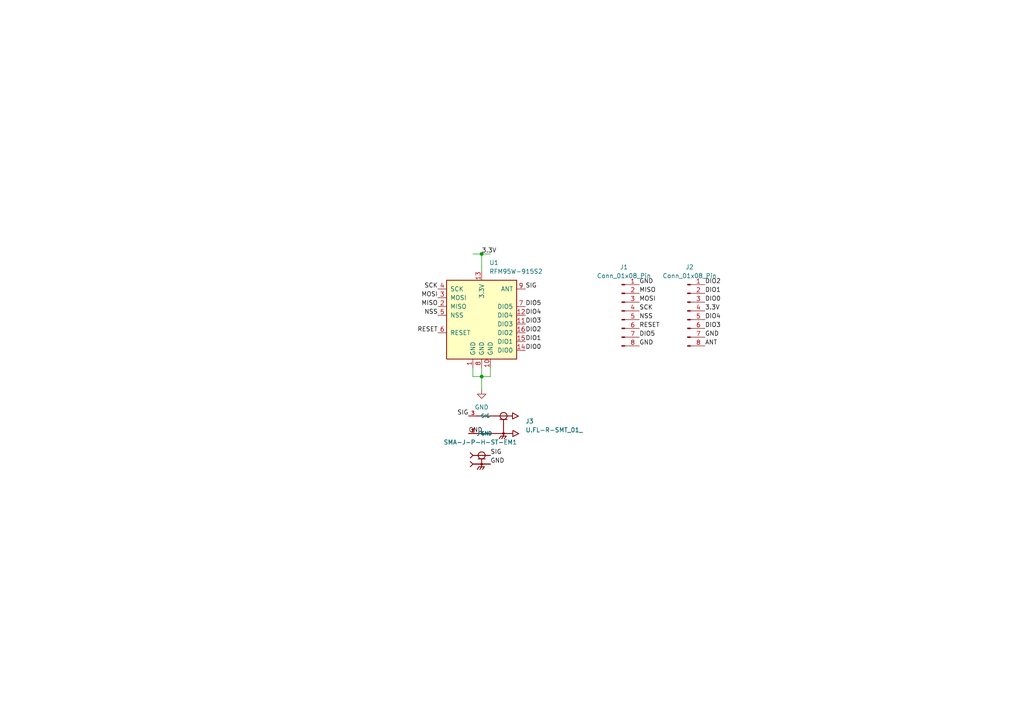
<source format=kicad_sch>
(kicad_sch (version 20231120) (generator "eeschema") (generator_version "8.0")
  (paper "A4")
  (lib_symbols
    (symbol "Connector:Conn_01x08_Pin" (pin_names (offset 1.016) hide)
      (property "Reference" "J" (at 0 10.16 0))
      (property "Value" "Conn_01x08_Pin" (at 0 -12.7 0))
      (symbol "Conn_01x08_Pin_1_1"
        (polyline (pts (xy 1.27 -10.16) (xy 0.8636 -10.16)) (stroke (width 0.1524)))
        (polyline (pts (xy 1.27 -7.62) (xy 0.8636 -7.62)) (stroke (width 0.1524)))
        (polyline (pts (xy 1.27 -5.08) (xy 0.8636 -5.08)) (stroke (width 0.1524)))
        (polyline (pts (xy 1.27 -2.54) (xy 0.8636 -2.54)) (stroke (width 0.1524)))
        (polyline (pts (xy 1.27 0) (xy 0.8636 0)) (stroke (width 0.1524)))
        (polyline (pts (xy 1.27 2.54) (xy 0.8636 2.54)) (stroke (width 0.1524)))
        (polyline (pts (xy 1.27 5.08) (xy 0.8636 5.08)) (stroke (width 0.1524)))
        (polyline (pts (xy 1.27 7.62) (xy 0.8636 7.62)) (stroke (width 0.1524)))
        (rectangle (start 0.8636 -10.033) (end 0 -10.287) (stroke (width 0.1524)) (fill (type outline)))
        (rectangle (start 0.8636 -7.493) (end 0 -7.747) (stroke (width 0.1524)) (fill (type outline)))
        (rectangle (start 0.8636 -4.953) (end 0 -5.207) (stroke (width 0.1524)) (fill (type outline)))
        (rectangle (start 0.8636 -2.413) (end 0 -2.667) (stroke (width 0.1524)) (fill (type outline)))
        (rectangle (start 0.8636 0.127) (end 0 -0.127) (stroke (width 0.1524)) (fill (type outline)))
        (rectangle (start 0.8636 2.667) (end 0 2.413) (stroke (width 0.1524)) (fill (type outline)))
        (rectangle (start 0.8636 5.207) (end 0 4.953) (stroke (width 0.1524)) (fill (type outline)))
        (rectangle (start 0.8636 7.747) (end 0 7.493) (stroke (width 0.1524)) (fill (type outline)))
        (pin passive line (at 5.08 7.62 180) (length 3.81) (name "Pin_1") (number "1"))
        (pin passive line (at 5.08 5.08 180) (length 3.81) (name "Pin_2") (number "2"))
        (pin passive line (at 5.08 2.54 180) (length 3.81) (name "Pin_3") (number "3"))
        (pin passive line (at 5.08 0 180) (length 3.81) (name "Pin_4") (number "4"))
        (pin passive line (at 5.08 -2.54 180) (length 3.81) (name "Pin_5") (number "5"))
        (pin passive line (at 5.08 -5.08 180) (length 3.81) (name "Pin_6") (number "6"))
        (pin passive line (at 5.08 -7.62 180) (length 3.81) (name "Pin_7") (number "7"))
        (pin passive line (at 5.08 -10.16 180) (length 3.81) (name "Pin_8") (number "8"))
      )
    )
    (symbol "RF_Module:RFM95W-915S2" (pin_names (offset 1.016))
      (property "Reference" "U" (at -10.414 11.684 0))
      (property "Value" "RFM95W-915S2" (at 1.524 11.43 0))
      (symbol "RFM95W-915S2_0_1"
        (rectangle (start -10.16 10.16) (end 10.16 -12.7) (stroke (width 0.254)) (fill (type background)))
      )
      (symbol "RFM95W-915S2_1_1"
        (pin power_in line (at -2.54 -15.24 90) (length 2.54) (name "GND") (number "1"))
        (pin power_in line (at 2.54 -15.24 90) (length 2.54) (name "GND") (number "10"))
        (pin bidirectional line (at 12.7 -2.54 180) (length 2.54) (name "DIO3") (number "11"))
        (pin bidirectional line (at 12.7 0 180) (length 2.54) (name "DIO4") (number "12"))
        (pin power_in line (at 0 12.7 270) (length 2.54) (name "3.3V") (number "13"))
        (pin bidirectional line (at 12.7 -10.16 180) (length 2.54) (name "DIO0") (number "14"))
        (pin bidirectional line (at 12.7 -7.62 180) (length 2.54) (name "DIO1") (number "15"))
        (pin bidirectional line (at 12.7 -5.08 180) (length 2.54) (name "DIO2") (number "16"))
        (pin output line (at -12.7 2.54 0) (length 2.54) (name "MISO") (number "2"))
        (pin input line (at -12.7 5.08 0) (length 2.54) (name "MOSI") (number "3"))
        (pin input line (at -12.7 7.62 0) (length 2.54) (name "SCK") (number "4"))
        (pin input line (at -12.7 0 0) (length 2.54) (name "NSS") (number "5"))
        (pin bidirectional line (at -12.7 -5.08 0) (length 2.54) (name "RESET") (number "6"))
        (pin bidirectional line (at 12.7 2.54 180) (length 2.54) (name "DIO5") (number "7"))
        (pin power_in line (at 0 -15.24 90) (length 2.54) (name "GND") (number "8"))
        (pin bidirectional line (at 12.7 7.62 180) (length 2.54) (name "ANT") (number "9"))
      )
    )
    (symbol "SMA-J-P-H-ST-EM1:SMA-J-P-H-ST-EM1" (pin_numbers hide) (pin_names (offset 1.016) hide)
      (property "Reference" "J" (at -3.81 4.064 0))
      (property "Value" "SMA-J-P-H-ST-EM1" (at -4.064 -4.318 0))
      (symbol "SMA-J-P-H-ST-EM1_0_0"
        (polyline (pts (xy -3.302 -0.762) (xy -2.54 0)) (stroke (width 0.254)))
        (polyline (pts (xy -3.302 0.762) (xy -2.54 0)) (stroke (width 0.254)))
        (polyline (pts (xy -3.302 1.778) (xy -2.54 2.54)) (stroke (width 0.254)))
        (polyline (pts (xy -3.302 3.302) (xy -2.54 2.54)) (stroke (width 0.254)))
        (polyline (pts (xy -2.54 0) (xy 0 0)) (stroke (width 0.254)))
        (polyline (pts (xy -2.54 2.54) (xy 2.54 2.54)) (stroke (width 0.254)))
        (polyline (pts (xy -1.016 1.524) (xy 0 1.524)) (stroke (width 0.254)))
        (polyline (pts (xy -0.762 -0.762) (xy -1.27 -1.524)) (stroke (width 0.254)))
        (polyline (pts (xy 0 -0.762) (xy -0.762 -0.762)) (stroke (width 0.254)))
        (polyline (pts (xy 0 -0.762) (xy -0.508 -1.524)) (stroke (width 0.254)))
        (polyline (pts (xy 0 -0.762) (xy 0.762 -0.762)) (stroke (width 0.254)))
        (polyline (pts (xy 0 0) (xy -2.286 0)) (stroke (width 0.254)))
        (polyline (pts (xy 0 0) (xy 0 -0.762)) (stroke (width 0.254)))
        (polyline (pts (xy 0 1.524) (xy 0 0)) (stroke (width 0.254)))
        (polyline (pts (xy 0 1.524) (xy 1.016 1.524)) (stroke (width 0.254)))
        (polyline (pts (xy 0.762 -0.762) (xy 0.254 -1.524)) (stroke (width 0.254)))
        (polyline (pts (xy 2.54 0) (xy 0 0)) (stroke (width 0.254)))
        (circle (center 0 0) (radius 0.254) (stroke (width 0.254)))
        (circle (center 0 2.54) (radius 1.016) (stroke (width 0.254)))
        (pin passive line (at 2.54 2.54 180) (length 5.08) (name "~") (number "1"))
        (pin passive line (at 2.54 0 180) (length 5.08) (name "~") (number "2_1"))
        (pin passive line (at 2.54 0 180) (length 5.08) (name "~") (number "2_2"))
        (pin passive line (at 2.54 0 180) (length 5.08) (name "~") (number "3_1"))
        (pin passive line (at 2.54 0 180) (length 5.08) (name "~") (number "3_2"))
      )
    )
    (symbol "U.FL-R-SMT_01_:U.FL-R-SMT_01_" (pin_names (offset 1.016))
      (property "Reference" "J" (at -3.81 4.064 0))
      (property "Value" "U.FL-R-SMT_01_" (at -4.318 -5.588 0))
      (symbol "U.FL-R-SMT_01__0_0"
        (circle (center 0 -2.54) (radius 0.254) (stroke (width 0.254)))
        (polyline (pts (xy -7.62 -2.54) (xy 0 -2.54)) (stroke (width 0.254)))
        (polyline (pts (xy -7.62 2.54) (xy 2.54 2.54)) (stroke (width 0.254)))
        (polyline (pts (xy -1.016 1.524) (xy 0 1.524)) (stroke (width 0.254)))
        (polyline (pts (xy -0.762 -3.302) (xy -1.27 -4.064)) (stroke (width 0.254)))
        (polyline (pts (xy 0 -3.302) (xy -0.762 -3.302)) (stroke (width 0.254)))
        (polyline (pts (xy 0 -3.302) (xy -0.508 -4.064)) (stroke (width 0.254)))
        (polyline (pts (xy 0 -3.302) (xy 0.762 -3.302)) (stroke (width 0.254)))
        (polyline (pts (xy 0 -2.54) (xy 0 -3.302)) (stroke (width 0.254)))
        (polyline (pts (xy 0 1.524) (xy 0 -2.54)) (stroke (width 0.254)))
        (polyline (pts (xy 0 1.524) (xy 1.016 1.524)) (stroke (width 0.254)))
        (polyline (pts (xy 0.762 -3.302) (xy 0.254 -4.064)) (stroke (width 0.254)))
        (polyline (pts (xy 2.54 -2.54) (xy 0 -2.54)) (stroke (width 0.254)))
        (polyline (pts (xy 2.5908 1.7018) (xy 4.2926 2.4892)) (stroke (width 0.254)))
        (polyline (pts (xy 2.5908 3.4036) (xy 2.5908 1.7018)) (stroke (width 0.254)))
        (polyline (pts (xy 2.6924 -3.4036) (xy 4.3942 -2.5908)) (stroke (width 0.254)))
        (polyline (pts (xy 2.6924 -1.7018) (xy 2.6924 -3.4036)) (stroke (width 0.254)))
        (polyline (pts (xy 4.2926 2.4892) (xy 2.6924 3.4036)) (stroke (width 0.254)))
        (polyline (pts (xy 4.3942 -2.5908) (xy 2.794 -1.7018)) (stroke (width 0.254)))
        (circle (center 0 2.54) (radius 1.016) (stroke (width 0.254)))
        (pin passive line (at -10.16 -2.54 0) (length 2.54) (name "GND") (number "1"))
        (pin passive line (at -10.16 -2.54 0) (length 2.54) (name "GND") (number "2"))
        (pin passive line (at -10.16 2.54 0) (length 2.54) (name "SIG") (number "3"))
      )
    )
    (symbol "power:GND" (power) (pin_numbers hide) (pin_names (offset 0) hide)
      (property "Value" "GND" (at 0 -3.81 0))
      (symbol "GND_0_1"
        (polyline (pts (xy 0 0) (xy 0 -1.27) (xy 1.27 -1.27) (xy 0 -2.54) (xy -1.27 -1.27) (xy 0 -1.27)))
      )
      (symbol "GND_1_1"
        (pin power_in line (at 0 0 270) (length 0) (name "~") (number "1"))
      )
    )
  )
  (junction (at 139.7 109.22))
  (junction (at 139.7 73.66))
  (wire (pts (xy 137.16 109.22) (xy 139.7 109.22)))
  (wire (pts (xy 137.16 106.68) (xy 137.16 109.22)))
  (wire (pts (xy 139.7 78.74) (xy 139.7 73.66)))
  (wire (pts (xy 139.7 109.22) (xy 139.7 106.68)))
  (wire (pts (xy 137.16 73.66) (xy 139.7 73.66)))
  (wire (pts (xy 139.7 109.22) (xy 139.7 113.03)))
  (wire (pts (xy 142.24 106.68) (xy 142.24 109.22)))
  (wire (pts (xy 142.24 109.22) (xy 139.7 109.22)))
  (wire (pts (xy 139.7 73.66) (xy 142.24 73.66)))
  (label "GND" (at 142.24 134.62 0))
  (label "SCK" (at 127 83.82 180))
  (label "3.3V" (at 204.47 90.17 0))
  (label "DIO3" (at 204.47 95.25 0))
  (label "RESET" (at 185.42 95.25 0))
  (label "GND" (at 185.42 100.33 0))
  (label "SIG" (at 135.89 120.65 180))
  (label "3.3V" (at 139.7 73.66 0))
  (label "SIG" (at 142.24 132.08 0))
  (label "DIO2" (at 204.47 82.55 0))
  (label "SCK" (at 185.42 90.17 0))
  (label "ANT" (at 204.47 100.33 0))
  (label "DIO3" (at 152.4 93.98 0))
  (label "MISO" (at 185.42 85.09 0))
  (label "DIO2" (at 152.4 96.52 0))
  (label "DIO0" (at 152.4 101.6 0))
  (label "DIO5" (at 152.4 88.9 0))
  (label "DIO4" (at 152.4 91.44 0))
  (label "GND" (at 185.42 82.55 0))
  (label "MOSI" (at 185.42 87.63 0))
  (label "RESET" (at 127 96.52 180))
  (label "DIO0" (at 204.47 87.63 0))
  (label "MOSI" (at 127 86.36 180))
  (label "DIO5" (at 185.42 97.79 0))
  (label "DIO1" (at 152.4 99.06 0))
  (label "GND" (at 204.47 97.79 0))
  (label "DIO4" (at 204.47 92.71 0))
  (label "DIO1" (at 204.47 85.09 0))
  (label "GND" (at 135.89 125.73 0))
  (label "NSS" (at 127 91.44 180))
  (label "NSS" (at 185.42 92.71 0))
  (label "MISO" (at 127 88.9 180))
  (label "SIG" (at 152.4 83.82 0))
  (symbol (lib_id "Connector:Conn_01x08_Pin") (at 180.34 90.17 0) (unit 1)
    (property "Reference" "J1" (at 180.975 77.47 0))
    (property "Value" "Conn_01x08_Pin" (at 180.975 80.01 0))
    (property "Footprint" "Connector_PinHeader_1.00mm:PinHeader_1x08_P1.00mm_Vertical" (effects (hide yes)))
    (property "Description" "Generic connector, single row, 01x08, script generated" (effects (hide yes)))
  )
  (symbol (lib_id "Connector:Conn_01x08_Pin") (at 199.39 90.17 0) (unit 1)
    (property "Reference" "J2" (at 200.025 77.47 0))
    (property "Value" "Conn_01x08_Pin" (at 200.025 80.01 0))
    (property "Footprint" "Connector_PinHeader_1.00mm:PinHeader_1x08_P1.00mm_Vertical" (effects (hide yes)))
    (property "Description" "Generic connector, single row, 01x08, script generated" (effects (hide yes)))
  )
  (symbol (lib_id "U.FL-R-SMT_01_:U.FL-R-SMT_01_") (at 146.05 123.19 0) (unit 1)
    (property "Reference" "J3" (at 152.4 122.1739 0) (effects (justify left)))
    (property "Value" "U.FL-R-SMT_01_" (at 152.4 124.7139 0) (effects (justify left)))
    (property "Footprint" "Connector_Coaxial:U.FL_Hirose_U.FL-R-SMT-1_Vertical" (effects (hide yes)))
    (property "MF" "Hirose Electric Co Ltd" (effects (hide yes)))
    (property "DESCRIPTION" "U.FL Series 6 Ghz 50 Ohm Ultra-small SMT Coaxial Cable Receptacle" (effects (hide yes)))
    (property "PACKAGE" "None" (effects (hide yes)))
    (property "PRICE" "0.84 USD" (effects (hide yes)))
    (property "Package" "None" (effects (hide yes)))
    (property "Check_prices" "https://www.snapeda.com/parts/U.FL-R-SMT(01)/Hirose+Electric+Co+Ltd/view-part/?ref=eda" (effects (hide yes)))
    (property "Price" "None" (effects (hide yes)))
    (property "SnapEDA_Link" "https://www.snapeda.com/parts/U.FL-R-SMT(01)/Hirose+Electric+Co+Ltd/view-part/?ref=snap" (effects (hide yes)))
    (property "MP" "U.FL-R-SMT(01)" (effects (hide yes)))
    (property "Availability" "In Stock" (effects (hide yes)))
    (property "AVAILABILITY" "Good" (effects (hide yes)))
    (property "Description_1" "\\n                        \\n                            U.FL (UMCC) Connector Receptacle, Male Pin 50 Ohms Surface Mount Solder\\n                        \\n" (effects (hide yes)))
  )
  (symbol (lib_id "RF_Module:RFM95W-915S2") (at 139.7 91.44 0) (unit 1)
    (property "Reference" "U1" (at 141.8941 76.2 0) (effects (justify left)))
    (property "Value" "RFM95W-915S2" (at 141.8941 78.74 0) (effects (justify left)))
    (property "Footprint" "RF_Module:HOPERF_RFM9XW_SMD" (effects (hide yes)))
    (property "Datasheet" "https://www.hoperf.com/data/upload/portal/20181127/5bfcbea20e9ef.pdf" (effects (hide yes)))
    (property "Description" "Low power long range transceiver module, SPI and parallel interface, 915 MHz, spreading factor 6 to12, bandwidth 7.8 to 500kHz, -111 to -148 dBm, SMD-16, DIP-16" (effects (hide yes)))
  )
  (symbol (lib_id "SMA-J-P-H-ST-EM1:SMA-J-P-H-ST-EM1") (at 139.7 134.62 0) (unit 1)
    (property "Reference" "J4" (at 139.319 125.73 0))
    (property "Value" "SMA-J-P-H-ST-EM1" (at 139.319 128.27 0))
    (property "Footprint" "Connector_Coaxial:SMA_Samtec_SMA-J-P-H-ST-EM1_EdgeMount" (effects (hide yes)))
    (property "MF" "Samtec" (effects (hide yes)))
    (property "MAXIMUM_PACKAGE_HEIGHT" "3.675mm" (effects (hide yes)))
    (property "Package" "None" (effects (hide yes)))
    (property "Price" "None" (effects (hide yes)))
    (property "Check_prices" "https://www.snapeda.com/parts/SMA-J-P-H-ST-EM1/Samtec+Inc./view-part/?ref=eda" (effects (hide yes)))
    (property "STANDARD" "Manufacturer Recommendations" (effects (hide yes)))
    (property "PARTREV" "G" (effects (hide yes)))
    (property "SnapEDA_Link" "https://www.snapeda.com/parts/SMA-J-P-H-ST-EM1/Samtec+Inc./view-part/?ref=snap" (effects (hide yes)))
    (property "MP" "SMA-J-P-H-ST-EM1" (effects (hide yes)))
    (property "Description_1" "\\n                        \\n                            SMA Connector Jack, Female Socket 50 Ohms Board Edge, End Launch Solder\\n                        \\n" (effects (hide yes)))
    (property "Availability" "In Stock" (effects (hide yes)))
    (property "MANUFACTURER" "Samtec" (effects (hide yes)))
  )
  (symbol (lib_id "power:GND") (at 139.7 113.03 0) (unit 1)
    (property "Reference" "#PWR01" (effects (hide yes)))
    (property "Value" "GND" (at 139.7 118.11 0))
    (property "Description" "Power symbol creates a global label with name \"GND\" , ground" (effects (hide yes)))
  )
)
</source>
